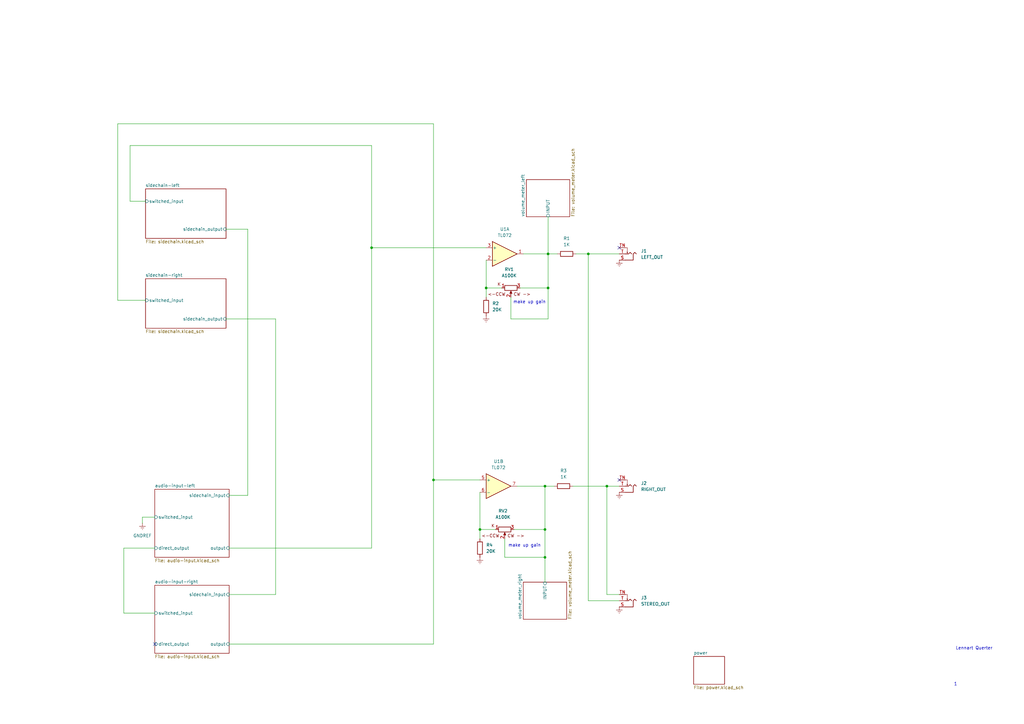
<source format=kicad_sch>
(kicad_sch (version 20250114) (generator "eeschema") (generator_version "9.0")
  (paper "A3")
  (lib_symbols
    (symbol "Amplifier_Operational:TL072" (pin_names (offset 0.127))
      (property "Reference" "U" (at 0 5.08 0))
      (property "Value" "TL072" (at 0 -5.08 0))
      (symbol "TL072_1_1"
        (polyline (pts (xy -5.08 5.08) (xy 5.08 0) (xy -5.08 -5.08) (xy -5.08 5.08)) (stroke (width 0.254)) (fill (type background)))
        (pin input line (at -7.62 2.54 0) (length 2.54) (name "+") (number "3"))
        (pin input line (at -7.62 -2.54 0) (length 2.54) (name "-") (number "2"))
        (pin output line (at 7.62 0 180) (length 2.54) (name "~") (number "1"))
      )
      (symbol "TL072_2_1"
        (polyline (pts (xy -5.08 5.08) (xy 5.08 0) (xy -5.08 -5.08) (xy -5.08 5.08)) (stroke (width 0.254)) (fill (type background)))
        (pin input line (at -7.62 2.54 0) (length 2.54) (name "+") (number "5"))
        (pin input line (at -7.62 -2.54 0) (length 2.54) (name "-") (number "6"))
        (pin output line (at 7.62 0 180) (length 2.54) (name "~") (number "7"))
      )
      (symbol "TL072_3_1"
        (pin power_in line (at -2.54 7.62 270) (length 3.81) (name "V+") (number "8"))
        (pin power_in line (at -2.54 -7.62 90) (length 3.81) (name "V-") (number "4"))
      )
    )
    (symbol "power:GNDREF" (power) (pin_numbers (hide yes)) (pin_names (offset 0) (hide yes))
      (property "Value" "GNDREF" (at 0 -3.81 0))
      (symbol "GNDREF_0_1"
        (polyline (pts (xy -0.635 -1.905) (xy 0.635 -1.905)))
        (polyline (pts (xy -0.127 -2.54) (xy 0.127 -2.54)))
        (polyline (pts (xy 0 -1.27) (xy 0 0)))
        (polyline (pts (xy 1.27 -1.27) (xy -1.27 -1.27)))
      )
      (symbol "GNDREF_1_1"
        (pin power_in line (at 0 0 270) (length 0) (name "~") (number "1"))
      )
    )
    (symbol "synth:AudioJack_Mono_3.5mm"
      (property "Reference" "J" (at 0 8.89 0))
      (property "Value" "AudioJack_Mono_3.5mm" (at 0 6.35 0))
      (symbol "AudioJack_Mono_3.5mm_0_1"
        (polyline (pts (xy 0 0) (xy 0.635 -0.635) (xy 1.27 0) (xy 2.54 0)) (stroke (width 0.254)))
        (polyline (pts (xy 1.778 -0.254) (xy 2.032 -0.762)))
        (polyline (pts (xy 2.54 2.54) (xy -0.635 2.54) (xy -0.635 0) (xy -1.27 -0.635) (xy -1.905 0)) (stroke (width 0.254)))
        (polyline (pts (xy 2.54 -2.54) (xy 1.778 -2.54) (xy 1.778 -0.254) (xy 1.524 -0.762)))
      )
      (symbol "AudioJack_Mono_3.5mm_1_1"
        (pin passive line (at 5.08 2.54 180) (length 2.54) (name "~") (number "S"))
        (pin passive line (at 5.08 0 180) (length 2.54) (name "~") (number "T"))
        (pin passive line (at 5.08 -2.54 180) (length 2.54) (name "~") (number "TN"))
      )
    )
    (symbol "synth:R_Default" (pin_numbers (hide yes)) (pin_names (offset 0))
      (property "Reference" "R" (at -2.032 0 90))
      (property "Value" "R1" (at 2.032 0 90))
      (symbol "R_Default_0_1"
        (rectangle (start 1.016 -2.54) (end -1.016 2.54) (stroke (width 0.254)))
      )
      (symbol "R_Default_1_1"
        (pin passive line (at 0 3.81 270) (length 1.27) (name "~") (number "2"))
        (pin passive line (at 0 -3.81 90) (length 1.27) (name "~") (number "1"))
      )
    )
    (symbol "synth:R_Potentiometer (P0915N)" (pin_names (offset 1.016) (hide yes))
      (property "Reference" "RV" (at 0 6.604 0))
      (property "Value" "R_Potentiometer" (at 0 4.318 0))
      (symbol "R_Potentiometer (P0915N)_0_1"
        (polyline (pts (xy 0 -1.143) (xy 0.508 -2.286) (xy -0.508 -2.286) (xy 0 -1.143)) (fill (type outline)))
        (polyline (pts (xy 0 -2.54) (xy 0 -1.524)))
        (rectangle (start 2.54 1.016) (end -2.54 -1.016) (stroke (width 0.254)))
      )
      (symbol "R_Potentiometer (P0915N)_1_1"
        (text "<-CCW" (at -5.842 -2.54 0) (effects (font (size 1.27 1.27))))
        (text "K" (at -4.826 1.524 0) (effects (font (size 1.27 1.27))))
        (text "CW ->" (at 4.572 -2.54 0) (effects (font (size 1.27 1.27))))
        (pin passive line (at -3.81 0 0) (length 1.27) (name "1") (number "1"))
        (pin passive line (at 0 -3.81 90) (length 1.27) (name "2") (number "2"))
        (pin passive line (at 3.81 0 180) (length 1.27) (name "3") (number "3"))
      )
    )
  )
  (text "make up gain" (at 215.138 223.774 0) (effects (font (size 1.27 1.27))))
  (text "Lennart Querter" (at 399.542 265.938 0) (effects (font (size 1.27 1.27))))
  (text "1" (at 391.922 280.67 0) (effects (font (size 1.27 1.27))))
  (text "make up gain" (at 217.17 123.952 0) (effects (font (size 1.27 1.27))))
  (junction (at 223.52 217.17))
  (junction (at 248.92 199.39))
  (junction (at 177.8 196.85))
  (junction (at 152.4 101.6))
  (junction (at 199.39 118.11))
  (junction (at 224.79 118.11))
  (junction (at 196.85 217.17))
  (junction (at 223.52 228.6))
  (junction (at 224.79 104.14))
  (junction (at 241.3 104.14))
  (junction (at 223.52 199.39))
  (no_connect (at 63.5 264.16))
  (no_connect (at 254 101.6))
  (no_connect (at 254 196.85))
  (wire (pts (xy 236.22 104.14) (xy 241.3 104.14)))
  (wire (pts (xy 207.01 228.6) (xy 223.52 228.6)))
  (wire (pts (xy 53.34 82.55) (xy 59.69 82.55)))
  (wire (pts (xy 223.52 217.17) (xy 210.82 217.17)))
  (wire (pts (xy 152.4 101.6) (xy 152.4 59.69)))
  (wire (pts (xy 254 243.84) (xy 248.92 243.84)))
  (wire (pts (xy 177.8 264.16) (xy 93.98 264.16)))
  (wire (pts (xy 152.4 101.6) (xy 152.4 224.79)))
  (wire (pts (xy 177.8 196.85) (xy 177.8 264.16)))
  (wire (pts (xy 50.8 224.79) (xy 50.8 251.46)))
  (wire (pts (xy 223.52 199.39) (xy 227.33 199.39)))
  (wire (pts (xy 224.79 130.81) (xy 224.79 118.11)))
  (wire (pts (xy 48.26 50.8) (xy 48.26 123.19)))
  (wire (pts (xy 53.34 59.69) (xy 53.34 82.55)))
  (wire (pts (xy 63.5 212.09) (xy 58.42 212.09)))
  (wire (pts (xy 241.3 104.14) (xy 241.3 246.38)))
  (wire (pts (xy 58.42 212.09) (xy 58.42 214.63)))
  (wire (pts (xy 113.03 243.84) (xy 93.98 243.84)))
  (wire (pts (xy 241.3 104.14) (xy 254 104.14)))
  (wire (pts (xy 224.79 88.9) (xy 224.79 104.14)))
  (wire (pts (xy 113.03 130.81) (xy 92.71 130.81)))
  (wire (pts (xy 248.92 243.84) (xy 248.92 199.39)))
  (wire (pts (xy 196.85 201.93) (xy 196.85 217.17)))
  (wire (pts (xy 223.52 228.6) (xy 223.52 217.17)))
  (wire (pts (xy 48.26 123.19) (xy 59.69 123.19)))
  (wire (pts (xy 209.55 121.92) (xy 209.55 130.81)))
  (wire (pts (xy 223.52 199.39) (xy 223.52 217.17)))
  (wire (pts (xy 50.8 224.79) (xy 63.5 224.79)))
  (wire (pts (xy 234.95 199.39) (xy 248.92 199.39)))
  (wire (pts (xy 199.39 121.92) (xy 199.39 118.11)))
  (wire (pts (xy 50.8 251.46) (xy 63.5 251.46)))
  (wire (pts (xy 248.92 199.39) (xy 254 199.39)))
  (wire (pts (xy 223.52 228.6) (xy 223.52 238.76)))
  (wire (pts (xy 214.63 104.14) (xy 224.79 104.14)))
  (wire (pts (xy 196.85 220.98) (xy 196.85 217.17)))
  (wire (pts (xy 224.79 104.14) (xy 224.79 118.11)))
  (wire (pts (xy 207.01 220.98) (xy 207.01 228.6)))
  (wire (pts (xy 177.8 196.85) (xy 196.85 196.85)))
  (wire (pts (xy 101.6 93.98) (xy 101.6 203.2)))
  (wire (pts (xy 177.8 50.8) (xy 48.26 50.8)))
  (wire (pts (xy 209.55 130.81) (xy 224.79 130.81)))
  (wire (pts (xy 241.3 246.38) (xy 254 246.38)))
  (wire (pts (xy 113.03 130.81) (xy 113.03 243.84)))
  (wire (pts (xy 152.4 59.69) (xy 53.34 59.69)))
  (wire (pts (xy 92.71 93.98) (xy 101.6 93.98)))
  (wire (pts (xy 224.79 104.14) (xy 228.6 104.14)))
  (wire (pts (xy 152.4 101.6) (xy 199.39 101.6)))
  (wire (pts (xy 212.09 199.39) (xy 223.52 199.39)))
  (wire (pts (xy 199.39 118.11) (xy 205.74 118.11)))
  (wire (pts (xy 93.98 224.79) (xy 152.4 224.79)))
  (wire (pts (xy 199.39 118.11) (xy 199.39 106.68)))
  (wire (pts (xy 224.79 118.11) (xy 213.36 118.11)))
  (wire (pts (xy 177.8 50.8) (xy 177.8 196.85)))
  (wire (pts (xy 93.98 203.2) (xy 101.6 203.2)))
  (wire (pts (xy 196.85 217.17) (xy 203.2 217.17)))
  (symbol (lib_id "synth:R_Default") (at 196.85 224.79 0) (unit 1)
    (property "Reference" "R4" (at 199.39 223.5199 0) (effects (justify left)))
    (property "Value" "20K" (at 199.39 226.0599 0) (effects (justify left)))
    (property "Footprint" "Resistor_SMD:R_0805_2012Metric_Pad1.20x1.40mm_HandSolder" (effects (hide yes)))
    (property "Description" "Resistor" (effects (hide yes)))
  )
  (symbol (lib_id "synth:AudioJack_Mono_3.5mm") (at 259.08 246.38 180) (unit 1)
    (property "Reference" "J3" (at 262.89 245.1734 0) (effects (justify right)))
    (property "Value" "STEREO_OUT" (at 262.89 247.7134 0) (effects (justify right)))
    (property "Footprint" "Synth:Jack_3.5mm_QingPu_WQP-PJ398SM_Vertical_CircularHoles" (effects (hide yes)))
    (property "Description" "Audio Jack, 2 Poles (Mono / TS), Switched T Pole (Normalling)" (effects (hide yes)))
  )
  (symbol (lib_id "Amplifier_Operational:TL072") (at 204.47 199.39 0) (unit 2)
    (property "Reference" "U1" (at 204.47 189.23 0))
    (property "Value" "TL072" (at 204.47 191.77 0))
    (property "Footprint" "Synth:SOIC-8" (effects (hide yes)))
    (property "Datasheet" "http://www.ti.com/lit/ds/symlink/tl071.pdf" (effects (hide yes)))
    (property "Description" "Dual Low-Noise JFET-Input Operational Amplifiers, DIP-8/SOIC-8" (effects (hide yes)))
  )
  (symbol (lib_id "power:GNDREF") (at 254 201.93 0) (unit 1)
    (property "Reference" "#PWR04" (effects (hide yes)))
    (property "Value" "GNDREF" (effects (hide yes)))
    (property "Description" "Power symbol creates a global label with name \"GNDREF\" , reference supply ground" (effects (hide yes)))
  )
  (symbol (lib_id "Amplifier_Operational:TL072") (at 207.01 104.14 0) (unit 1)
    (property "Reference" "U1" (at 207.01 93.98 0))
    (property "Value" "TL072" (at 207.01 96.52 0))
    (property "Footprint" "Synth:SOIC-8" (effects (hide yes)))
    (property "Datasheet" "http://www.ti.com/lit/ds/symlink/tl071.pdf" (effects (hide yes)))
    (property "Description" "Dual Low-Noise JFET-Input Operational Amplifiers, DIP-8/SOIC-8" (effects (hide yes)))
  )
  (symbol (lib_id "synth:R_Default") (at 232.41 104.14 90) (unit 1)
    (property "Reference" "R1" (at 232.41 97.79 90))
    (property "Value" "1K" (at 232.41 100.33 90))
    (property "Footprint" "Resistor_SMD:R_0805_2012Metric_Pad1.20x1.40mm_HandSolder" (effects (hide yes)))
    (property "Description" "Resistor" (effects (hide yes)))
  )
  (symbol (lib_id "synth:AudioJack_Mono_3.5mm") (at 259.08 104.14 180) (unit 1)
    (property "Reference" "J1" (at 262.89 102.9334 0) (effects (justify right)))
    (property "Value" "LEFT_OUT" (at 262.89 105.4734 0) (effects (justify right)))
    (property "Footprint" "Synth:Jack_3.5mm_QingPu_WQP-PJ398SM_Vertical_CircularHoles" (effects (hide yes)))
    (property "Description" "Audio Jack, 2 Poles (Mono / TS), Switched T Pole (Normalling)" (effects (hide yes)))
  )
  (symbol (lib_id "synth:AudioJack_Mono_3.5mm") (at 259.08 199.39 180) (unit 1)
    (property "Reference" "J2" (at 262.89 198.1834 0) (effects (justify right)))
    (property "Value" "RIGHT_OUT" (at 262.89 200.7234 0) (effects (justify right)))
    (property "Footprint" "Synth:Jack_3.5mm_QingPu_WQP-PJ398SM_Vertical_CircularHoles" (effects (hide yes)))
    (property "Description" "Audio Jack, 2 Poles (Mono / TS), Switched T Pole (Normalling)" (effects (hide yes)))
  )
  (symbol (lib_id "synth:R_Default") (at 199.39 125.73 0) (unit 1)
    (property "Reference" "R2" (at 201.93 124.4599 0) (effects (justify left)))
    (property "Value" "20K" (at 201.93 126.9999 0) (effects (justify left)))
    (property "Footprint" "Resistor_SMD:R_0805_2012Metric_Pad1.20x1.40mm_HandSolder" (effects (hide yes)))
    (property "Description" "Resistor" (effects (hide yes)))
  )
  (symbol (lib_id "power:GNDREF") (at 199.39 129.54 0) (unit 1)
    (property "Reference" "#PWR03" (effects (hide yes)))
    (property "Value" "GNDREF" (effects (hide yes)))
    (property "Description" "Power symbol creates a global label with name \"GNDREF\" , reference supply ground" (effects (hide yes)))
  )
  (symbol (lib_id "synth:R_Default") (at 231.14 199.39 90) (unit 1)
    (property "Reference" "R3" (at 231.14 193.04 90))
    (property "Value" "1K" (at 231.14 195.58 90))
    (property "Footprint" "Resistor_SMD:R_0805_2012Metric_Pad1.20x1.40mm_HandSolder" (effects (hide yes)))
    (property "Description" "Resistor" (effects (hide yes)))
  )
  (symbol (lib_id "power:GNDREF") (at 254 248.92 0) (unit 1)
    (property "Reference" "#PWR06" (effects (hide yes)))
    (property "Value" "GNDREF" (effects (hide yes)))
    (property "Description" "Power symbol creates a global label with name \"GNDREF\" , reference supply ground" (effects (hide yes)))
  )
  (symbol (lib_id "power:GNDREF") (at 196.85 228.6 0) (unit 1)
    (property "Reference" "#PWR05" (effects (hide yes)))
    (property "Value" "GNDREF" (effects (hide yes)))
    (property "Description" "Power symbol creates a global label with name \"GNDREF\" , reference supply ground" (effects (hide yes)))
  )
  (symbol (lib_id "synth:R_Potentiometer (P0915N)") (at 207.01 217.17 0) (unit 1)
    (property "Reference" "RV2" (at 206.2994 209.55 0))
    (property "Value" "A100K" (at 206.2994 212.09 0))
    (property "Footprint" "Synth:Potentiometer_TT_P0915N" (effects (hide yes)))
    (property "Description" "Potentiometer" (effects (hide yes)))
  )
  (symbol (lib_id "synth:R_Potentiometer (P0915N)") (at 209.55 118.11 0) (unit 1)
    (property "Reference" "RV1" (at 208.8394 110.49 0))
    (property "Value" "A100K" (at 208.8394 113.03 0))
    (property "Footprint" "Synth:Potentiometer_TT_P0915N" (effects (hide yes)))
    (property "Description" "Potentiometer" (effects (hide yes)))
  )
  (symbol (lib_id "power:GNDREF") (at 254 106.68 0) (unit 1)
    (property "Reference" "#PWR01" (effects (hide yes)))
    (property "Value" "GNDREF" (effects (hide yes)))
    (property "Description" "Power symbol creates a global label with name \"GNDREF\" , reference supply ground" (effects (hide yes)))
  )
  (symbol (lib_id "power:GNDREF") (at 58.42 214.63 0) (unit 1)
    (property "Reference" "#PWR02" (effects (hide yes)))
    (property "Value" "GNDREF" (at 58.42 219.71 0))
    (property "Description" "Power symbol creates a global label with name \"GNDREF\" , reference supply ground" (effects (hide yes)))
  )
  (sheet (at 284.48 269.24) (size 12.7 11.43) (stroke (width 0.1524))
    (property "Sheetname" "power" (at 284.48 268.5284 0) (effects (justify left bottom)))
    (property "Sheetfile" "power.kicad_sch" (at 284.48 281.2546 0) (effects (justify left top)))
  )
  (sheet (at 215.9 73.66) (size 17.78 15.24) (stroke (width 0.1524))
    (property "Sheetname" "volume_meter_left" (at 215.1884 88.9 90) (effects (justify left bottom)))
    (property "Sheetfile" "volume_meter.kicad_sch" (at 234.2646 88.9 90) (effects (justify left top)))
    (pin "INPUT" input (at 224.79 88.9 270))
  )
  (sheet (at 63.5 240.03) (size 30.48 27.94) (stroke (width 0.1524))
    (property "Sheetname" "audio-input-right" (at 63.5 239.3184 0) (effects (justify left bottom)))
    (property "Sheetfile" "audio-input.kicad_sch" (at 63.5 268.5546 0) (effects (justify left top)))
    (pin "sidechain_input" input (at 93.98 243.84 0))
    (pin "switched_input" input (at 63.5 251.46 180))
    (pin "output" input (at 93.98 264.16 0))
    (pin "direct_output" input (at 63.5 264.16 180))
  )
  (sheet (at 63.5 200.66) (size 30.48 27.94) (stroke (width 0.1524))
    (property "Sheetname" "audio-input-left" (at 63.5 199.9484 0) (effects (justify left bottom)))
    (property "Sheetfile" "audio-input.kicad_sch" (at 63.5 229.1846 0) (effects (justify left top)))
    (pin "sidechain_input" input (at 93.98 203.2 0))
    (pin "switched_input" input (at 63.5 212.09 180))
    (pin "output" input (at 93.98 224.79 0))
    (pin "direct_output" input (at 63.5 224.79 180))
  )
  (sheet (at 214.63 238.76) (size 17.78 15.24) (stroke (width 0.1524))
    (property "Sheetname" "volume_meter_right" (at 213.9184 254 90) (effects (justify left bottom)))
    (property "Sheetfile" "volume_meter.kicad_sch" (at 232.9946 254 90) (effects (justify left top)))
    (pin "INPUT" input (at 223.52 238.76 90))
  )
  (sheet (at 59.69 114.3) (size 33.02 20.32) (stroke (width 0.1524))
    (property "Sheetname" "sidechain-right" (at 59.69 113.5884 0) (effects (justify left bottom)))
    (property "Sheetfile" "sidechain.kicad_sch" (at 59.69 135.2046 0) (effects (justify left top)))
    (pin "switched_input" input (at 59.69 123.19 180))
    (pin "sidechain_output" input (at 92.71 130.81 0))
  )
  (sheet (at 59.69 77.47) (size 33.02 20.32) (stroke (width 0.1524))
    (property "Sheetname" "sidechain-left" (at 59.69 76.7584 0) (effects (justify left bottom)))
    (property "Sheetfile" "sidechain.kicad_sch" (at 59.69 98.3746 0) (effects (justify left top)))
    (pin "sidechain_output" input (at 92.71 93.98 0))
    (pin "switched_input" input (at 59.69 82.55 180))
  )
)
</source>
